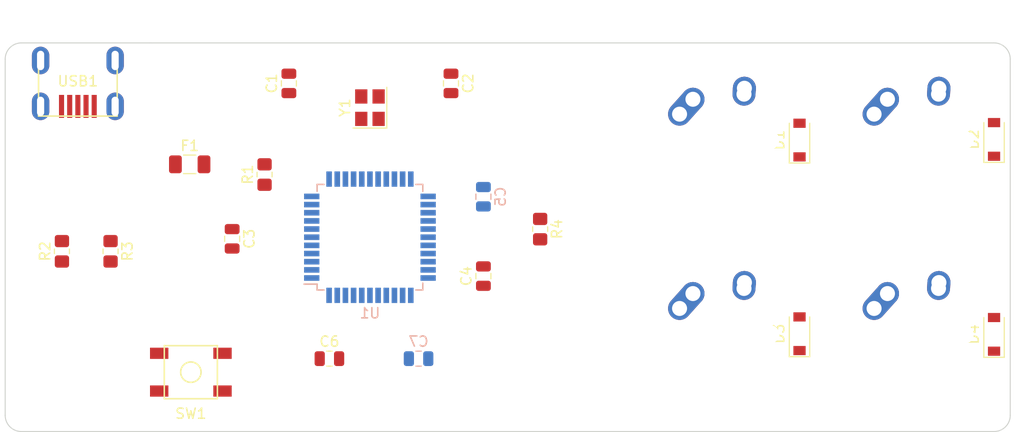
<source format=kicad_pcb>
(kicad_pcb (version 20211014) (generator pcbnew)
  (layers (0 "F.Cu" signal) (31 "B.Cu" signal) (34 "B.Paste" user) (35 "F.Paste" user) (36 "B.SilkS" user "B.Silkscreen") (37 "F.SilkS" user "F.Silkscreen") (38 "B.Mask" user) (39 "F.Mask" user) (44 "Edge.Cuts" user))
  (net 0 "")
  (net 1 "GND")
  (net 2 "Net-(C1-Pad2)")
  (net 3 "Net-(C2-Pad2)")
  (net 4 "Net-(C3-Pad1)")
  (net 5 "+5V")
  (net 6 "ROW0")
  (net 7 "Net-(D1-Pad2)")
  (net 8 "ROW1")
  (net 9 "Net-(D2-Pad2)")
  (net 10 "Net-(D3-Pad2)")
  (net 11 "Net-(D4-Pad2)")
  (net 12 "VCC")
  (net 13 "COL0")
  (net 14 "COL1")
  (net 15 "Net-(R1-Pad1)")
  (net 16 "D+")
  (net 17 "Net-(R2-Pad2)")
  (net 18 "D-")
  (net 19 "Net-(R3-Pad2)")
  (net 20 "Net-(R4-Pad1)")
  (footprint "Capacitor_SMD:C_0805_2012Metric" (layer "F.Cu") (at 153.19375 138.75 90)
    (fp_text reference "C4" (at 0 -1.68 90) (layer "F.SilkS"))
    (fp_text value "0.1uF")
    (fp_line (start -0.261252 0.735) (end 0.261252 0.735) (layer "F.SilkS") (width 0.12))
    (fp_line (start -0.261252 -0.735) (end 0.261252 -0.735) (layer "F.SilkS") (width 0.12))
    (pad "1" smd roundrect (at -0.95 0 90) (size 1 1.45) (layers "F.Cu" "F.Paste" "F.Mask") (net 5 "+5V"))
    (pad "2" smd roundrect (at 0.95 0 90) (size 1 1.45) (layers "F.Cu" "F.Paste" "F.Mask") (net 1 "GND"))
  )
  (footprint "Resistor_SMD:R_0805_2012Metric_Pad1.20x1.40mm_HandSolder" (layer "F.Cu") (at 158.75 134.14375 -90)
    (fp_text reference "R4" (at 0 -1.65 90) (layer "F.SilkS"))
    (fp_text value "10k")
    (fp_line (start -0.227064 -0.735) (end 0.227064 -0.735) (layer "F.SilkS") (width 0.12))
    (fp_line (start -0.227064 0.735) (end 0.227064 0.735) (layer "F.SilkS") (width 0.12))
    (pad "1" smd roundrect (at -1 0 270) (size 1.2 1.4) (layers "F.Cu" "F.Paste" "F.Mask") (roundrect_rratio 0.208333) (net 20 "Net-(R4-Pad1)"))
    (pad "2" smd roundrect (at 1 0 270) (size 1.2 1.4) (layers "F.Cu" "F.Paste" "F.Mask") (roundrect_rratio 0.208333) (net 1 "GND"))
  )
  (footprint "Capacitor_SMD:C_0805_2012Metric" (layer "F.Cu") (at 138.1125 146.84375)
    (fp_text reference "C6" (at 0 -1.68) (layer "F.SilkS"))
    (fp_text value "0.1uF")
    (fp_line (start -0.261252 -0.735) (end 0.261252 -0.735) (layer "F.SilkS") (width 0.12))
    (fp_line (start -0.261252 0.735) (end 0.261252 0.735) (layer "F.SilkS") (width 0.12))
    (pad "1" smd roundrect (at -0.95 0) (size 1 1.45) (layers "F.Cu" "F.Paste" "F.Mask") (net 5 "+5V"))
    (pad "2" smd roundrect (at 0.95 0) (size 1 1.45) (layers "F.Cu" "F.Paste" "F.Mask") (net 1 "GND"))
  )
  (footprint "Resistor_SMD:R_0805_2012Metric_Pad1.20x1.40mm_HandSolder" (layer "F.Cu") (at 111.91875 136.31875 90)
    (fp_text reference "R2" (at 0 -1.65 90) (layer "F.SilkS"))
    (fp_text value "22")
    (fp_line (start -0.227064 0.735) (end 0.227064 0.735) (layer "F.SilkS") (width 0.12))
    (fp_line (start -0.227064 -0.735) (end 0.227064 -0.735) (layer "F.SilkS") (width 0.12))
    (pad "1" smd roundrect (at -1 0 90) (size 1.2 1.4) (layers "F.Cu" "F.Paste" "F.Mask") (roundrect_rratio 0.208333) (net 16 "D+"))
    (pad "2" smd roundrect (at 1 0 90) (size 1.2 1.4) (layers "F.Cu" "F.Paste" "F.Mask") (roundrect_rratio 0.208333) (net 17 "Net-(R2-Pad2)"))
  )
  (footprint "Capacitor_SMD:C_0805_2012Metric" (layer "F.Cu") (at 134.14375 119.85625 90)
    (fp_text reference "C1" (at 0 -1.68 90) (layer "F.SilkS"))
    (fp_text value "22pF")
    (fp_line (start -0.261252 0.735) (end 0.261252 0.735) (layer "F.SilkS") (width 0.12))
    (fp_line (start -0.261252 -0.735) (end 0.261252 -0.735) (layer "F.SilkS") (width 0.12))
    (pad "1" smd roundrect (at -0.95 0 90) (size 1 1.45) (layers "F.Cu" "F.Paste" "F.Mask") (net 1 "GND"))
    (pad "2" smd roundrect (at 0.95 0 90) (size 1 1.45) (layers "F.Cu" "F.Paste" "F.Mask") (net 2 "Net-(C1-Pad2)"))
  )
  (footprint "Capacitor_SMD:C_0805_2012Metric" (layer "F.Cu") (at 128.5875 135.09375 -90)
    (fp_text reference "C3" (at 0 -1.68 90) (layer "F.SilkS"))
    (fp_text value "1uF")
    (fp_line (start -0.261252 0.735) (end 0.261252 0.735) (layer "F.SilkS") (width 0.12))
    (fp_line (start -0.261252 -0.735) (end 0.261252 -0.735) (layer "F.SilkS") (width 0.12))
    (pad "1" smd roundrect (at -0.95 0 270) (size 1 1.45) (layers "F.Cu" "F.Paste" "F.Mask") (net 4 "Net-(C3-Pad1)"))
    (pad "2" smd roundrect (at 0.95 0 270) (size 1 1.45) (layers "F.Cu" "F.Paste" "F.Mask") (net 1 "GND"))
  )
  (footprint "Capacitor_SMD:C_0805_2012Metric" (layer "F.Cu") (at 150.01875 119.85625 -90)
    (fp_text reference "C2" (at 0 -1.68 90) (layer "F.SilkS"))
    (fp_text value "22pF")
    (fp_line (start -0.261252 -0.735) (end 0.261252 -0.735) (layer "F.SilkS") (width 0.12))
    (fp_line (start -0.261252 0.735) (end 0.261252 0.735) (layer "F.SilkS") (width 0.12))
    (pad "1" smd roundrect (at -0.95 0 270) (size 1 1.45) (layers "F.Cu" "F.Paste" "F.Mask") (net 1 "GND"))
    (pad "2" smd roundrect (at 0.95 0 270) (size 1 1.45) (layers "F.Cu" "F.Paste" "F.Mask") (net 3 "Net-(C2-Pad2)"))
  )
  (footprint "Fuse:Fuse_1206_3216Metric" (layer "F.Cu") (at 124.43125 127.79375)
    (fp_text reference "F1" (at 0 -1.82) (layer "F.SilkS"))
    (fp_text value "500mA")
    (fp_line (start -0.602064 -0.91) (end 0.602064 -0.91) (layer "F.SilkS") (width 0.12))
    (fp_line (start -0.602064 0.91) (end 0.602064 0.91) (layer "F.SilkS") (width 0.12))
    (pad "1" smd roundrect (at -1.4 0) (size 1.25 1.75) (layers "F.Cu" "F.Paste" "F.Mask") (roundrect_rratio 0.2) (net 12 "VCC"))
    (pad "2" smd roundrect (at 1.4 0) (size 1.25 1.75) (layers "F.Cu" "F.Paste" "F.Mask") (roundrect_rratio 0.2) (net 5 "+5V"))
  )
  (footprint "random-keyboard-parts:Molex-0548190589" (layer "F.Cu") (at 113.478911 117.608502 -90)
    (fp_text reference "USB1" (at 2.032 0) (layer "F.SilkS"))
    (fp_text value "Molex-0548190589")
    (fp_line (start 0 -3.85) (end 5.45 -3.85) (layer "F.SilkS") (width 0.15))
    (fp_line (start 0 3.85) (end 5.45 3.85) (layer "F.SilkS") (width 0.15))
    (fp_line (start 5.45 -3.85) (end 5.45 3.85) (layer "F.SilkS") (width 0.15))
    (pad "1" smd rect locked (at 4.5 1.6 270) (size 2.25 0.5) (layers "F.Cu" "F.Paste" "F.Mask") (net 1 "GND"))
    (pad "2" smd rect locked (at 4.5 0.8 270) (size 2.25 0.5) (layers "F.Cu" "F.Paste" "F.Mask"))
    (pad "3" smd rect locked (at 4.5 0 270) (size 2.25 0.5) (layers "F.Cu" "F.Paste" "F.Mask") (net 16 "D+"))
    (pad "4" smd rect locked (at 4.5 -0.8 270) (size 2.25 0.5) (layers "F.Cu" "F.Paste" "F.Mask") (net 18 "D-"))
    (pad "5" smd rect locked (at 4.5 -1.6 270) (size 2.25 0.5) (layers "F.Cu" "F.Paste" "F.Mask") (net 12 "VCC"))
    (pad "6" thru_hole oval locked (at 4.5 3.65 270) (size 2.7 1.7) (drill oval 1.9 0.7) (layers *.Cu *.Mask))
    (pad "6" thru_hole oval locked (at 0 -3.65 270) (size 2.7 1.7) (drill oval 1.9 0.7) (layers *.Cu *.Mask))
    (pad "6" thru_hole oval locked (at 0 3.65 270) (size 2.7 1.7) (drill oval 1.9 0.7) (layers *.Cu *.Mask))
    (pad "6" thru_hole oval locked (at 4.5 -3.65 270) (size 2.7 1.7) (drill oval 1.9 0.7) (layers *.Cu *.Mask))
  )
  (footprint "Diode_SMD:D_SOD-123" (layer "F.Cu") (at 184.15 144.4 90)
    (fp_text reference "D3" (at 0 -2 90) (layer "F.SilkS"))
    (fp_text value "D_Small")
    (fp_line (start -2.25 -1) (end -2.25 1) (layer "F.SilkS") (width 0.12))
    (fp_line (start -2.25 1) (end 1.65 1) (layer "F.SilkS") (width 0.12))
    (fp_line (start -2.25 -1) (end 1.65 -1) (layer "F.SilkS") (width 0.12))
    (pad "1" smd rect (at -1.65 0 90) (size 0.9 1.2) (layers "F.Cu" "F.Paste" "F.Mask") (net 6 "ROW0"))
    (pad "2" smd rect (at 1.65 0 90) (size 0.9 1.2) (layers "F.Cu" "F.Paste" "F.Mask") (net 10 "Net-(D3-Pad2)"))
  )
  (footprint "Diode_SMD:D_SOD-123" (layer "F.Cu") (at 203.2 144.4625 90)
    (fp_text reference "D4" (at 0 -2 90) (layer "F.SilkS"))
    (fp_text value "D_Small")
    (fp_line (start -2.25 1) (end 1.65 1) (layer "F.SilkS") (width 0.12))
    (fp_line (start -2.25 -1) (end 1.65 -1) (layer "F.SilkS") (width 0.12))
    (fp_line (start -2.25 -1) (end -2.25 1) (layer "F.SilkS") (width 0.12))
    (pad "1" smd rect (at -1.65 0 90) (size 0.9 1.2) (layers "F.Cu" "F.Paste" "F.Mask") (net 8 "ROW1"))
    (pad "2" smd rect (at 1.65 0 90) (size 0.9 1.2) (layers "F.Cu" "F.Paste" "F.Mask") (net 11 "Net-(D4-Pad2)"))
  )
  (footprint "Crystal:Crystal_SMD_3225-4Pin_3.2x2.5mm" (layer "F.Cu") (at 142.08125 122.2375 90)
    (fp_text reference "Y1" (at 0 -2.45 90) (layer "F.SilkS"))
    (fp_text value "16MHz")
    (fp_line (start -2 -1.65) (end -2 1.65) (layer "F.SilkS") (width 0.12))
    (fp_line (start -2 1.65) (end 2 1.65) (layer "F.SilkS") (width 0.12))
    (pad "1" smd rect (at -1.1 0.85 90) (size 1.4 1.2) (layers "F.Cu" "F.Paste" "F.Mask") (net 2 "Net-(C1-Pad2)"))
    (pad "2" smd rect (at 1.1 0.85 90) (size 1.4 1.2) (layers "F.Cu" "F.Paste" "F.Mask") (net 1 "GND"))
    (pad "3" smd rect (at 1.1 -0.85 90) (size 1.4 1.2) (layers "F.Cu" "F.Paste" "F.Mask") (net 3 "Net-(C2-Pad2)"))
    (pad "4" smd rect (at -1.1 -0.85 90) (size 1.4 1.2) (layers "F.Cu" "F.Paste" "F.Mask") (net 1 "GND"))
  )
  (footprint "MX_Alps_Hybrid:MX-1U-NoLED" (layer "F.Cu") (at 176.2125 144.4625)
    (fp_text reference "MX3")
    (fp_text value "MX-NoLED")
    (pad "" np_thru_hole circle locked (at 5.08 0 48.0996) (size 1.75 1.75) (drill 1.75) (layers *.Cu *.Mask))
    (pad "" np_thru_hole circle locked (at 0 0) (size 3.9878 3.9878) (drill 3.9878) (layers *.Cu *.Mask))
    (pad "" np_thru_hole circle locked (at -5.08 0 48.0996) (size 1.75 1.75) (drill 1.75) (layers *.Cu *.Mask))
    (pad "1" thru_hole oval locked (at -3.81 -2.54 48.0996) (size 4.211556 2.25) (drill 1.47 (offset 0.980778 0)) (layers *.Cu "B.Mask") (net 14 "COL1"))
    (pad "1" thru_hole circle locked (at -2.5 -4) (size 2.25 2.25) (drill 1.47) (layers *.Cu "B.Mask") (net 14 "COL1"))
    (pad "2" thru_hole oval locked (at 2.5 -4.5 86.0548) (size 2.831378 2.25) (drill 1.47 (offset 0.290689 0)) (layers *.Cu "B.Mask") (net 10 "Net-(D3-Pad2)"))
    (pad "2" thru_hole circle locked (at 2.54 -5.08) (size 2.25 2.25) (drill 1.47) (layers *.Cu "B.Mask") (net 10 "Net-(D3-Pad2)"))
  )
  (footprint "random-keyboard-parts:SKQG-1155865" (layer "F.Cu") (at 124.54375 148.16875)
    (fp_text reference "SW1" (at 0 4.064) (layer "F.SilkS"))
    (fp_text value "SW_Push")
    (fp_line (start -2.6 2.6) (end -2.6 -2.6) (layer "F.SilkS") (width 0.15))
    (fp_line (start 2.6 2.6) (end -2.6 2.6) (layer "F.SilkS") (width 0.15))
    (fp_line (start -2.6 -2.6) (end 2.6 -2.6) (layer "F.SilkS") (width 0.15))
    (fp_line (start 2.6 -2.6) (end 2.6 2.6) (layer "F.SilkS") (width 0.15))
    (fp_circle (center 0 0) (end 1 0) (layer "F.SilkS") (width 0.15) (fill none))
    (pad "1" smd rect locked (at 3.1 1.85) (size 1.8 1.1) (layers "F.Cu" "F.Paste" "F.Mask") (net 1 "GND"))
    (pad "2" smd rect locked (at -3.1 -1.85) (size 1.8 1.1) (layers "F.Cu" "F.Paste" "F.Mask") (net 15 "Net-(R1-Pad1)"))
    (pad "3" smd rect locked (at 3.1 -1.85) (size 1.8 1.1) (layers "F.Cu" "F.Paste" "F.Mask"))
    (pad "4" smd rect locked (at -3.1 1.85) (size 1.8 1.1) (layers "F.Cu" "F.Paste" "F.Mask"))
  )
  (footprint "MX_Alps_Hybrid:MX-1U-NoLED" (layer "F.Cu") (at 195.2625 144.4625)
    (fp_text reference "MX4")
    (fp_text value "MX-NoLED")
    (pad "" np_thru_hole circle locked (at -5.08 0 48.0996) (size 1.75 1.75) (drill 1.75) (layers *.Cu *.Mask))
    (pad "" np_thru_hole circle locked (at 0 0) (size 3.9878 3.9878) (drill 3.9878) (layers *.Cu *.Mask))
    (pad "" np_thru_hole circle locked (at 5.08 0 48.0996) (size 1.75 1.75) (drill 1.75) (layers *.Cu *.Mask))
    (pad "1" thru_hole circle locked (at -2.5 -4) (size 2.25 2.25) (drill 1.47) (layers *.Cu "B.Mask") (net 14 "COL1"))
    (pad "1" thru_hole oval locked (at -3.81 -2.54 48.0996) (size 4.211556 2.25) (drill 1.47 (offset 0.980778 0)) (layers *.Cu "B.Mask") (net 14 "COL1"))
    (pad "2" thru_hole circle locked (at 2.54 -5.08) (size 2.25 2.25) (drill 1.47) (layers *.Cu "B.Mask") (net 11 "Net-(D4-Pad2)"))
    (pad "2" thru_hole oval locked (at 2.5 -4.5 86.0548) (size 2.831378 2.25) (drill 1.47 (offset 0.290689 0)) (layers *.Cu "B.Mask") (net 11 "Net-(D4-Pad2)"))
  )
  (footprint "Resistor_SMD:R_0805_2012Metric_Pad1.20x1.40mm_HandSolder" (layer "F.Cu") (at 131.7625 128.79375 90)
    (fp_text reference "R1" (at 0 -1.65 90) (layer "F.SilkS"))
    (fp_text value "10k")
    (fp_line (start -0.227064 -0.735) (end 0.227064 -0.735) (layer "F.SilkS") (width 0.12))
    (fp_line (start -0.227064 0.735) (end 0.227064 0.735) (layer "F.SilkS") (width 0.12))
    (pad "1" smd roundrect (at -1 0 90) (size 1.2 1.4) (layers "F.Cu" "F.Paste" "F.Mask") (roundrect_rratio 0.208333) (net 15 "Net-(R1-Pad1)"))
    (pad "2" smd roundrect (at 1 0 90) (size 1.2 1.4) (layers "F.Cu" "F.Paste" "F.Mask") (roundrect_rratio 0.208333) (net 5 "+5V"))
  )
  (footprint "MX_Alps_Hybrid:MX-1U-NoLED" (layer "F.Cu") (at 176.2125 125.4125)
    (fp_text reference "MX1")
    (fp_text value "MX-NoLED")
    (pad "" np_thru_hole circle locked (at -5.08 0 48.0996) (size 1.75 1.75) (drill 1.75) (layers *.Cu *.Mask))
    (pad "" np_thru_hole circle locked (at 5.08 0 48.0996) (size 1.75 1.75) (drill 1.75) (layers *.Cu *.Mask))
    (pad "" np_thru_hole circle locked (at 0 0) (size 3.9878 3.9878) (drill 3.9878) (layers *.Cu *.Mask))
    (pad "1" thru_hole oval locked (at -3.81 -2.54 48.0996) (size 4.211556 2.25) (drill 1.47 (offset 0.980778 0)) (layers *.Cu "B.Mask") (net 13 "COL0"))
    (pad "1" thru_hole circle locked (at -2.5 -4) (size 2.25 2.25) (drill 1.47) (layers *.Cu "B.Mask") (net 13 "COL0"))
    (pad "2" thru_hole circle locked (at 2.54 -5.08) (size 2.25 2.25) (drill 1.47) (layers *.Cu "B.Mask") (net 7 "Net-(D1-Pad2)"))
    (pad "2" thru_hole oval locked (at 2.5 -4.5 86.0548) (size 2.831378 2.25) (drill 1.47 (offset 0.290689 0)) (layers *.Cu "B.Mask") (net 7 "Net-(D1-Pad2)"))
  )
  (footprint "Diode_SMD:D_SOD-123" (layer "F.Cu") (at 203.2 125.35 90)
    (fp_text reference "D2" (at 0 -2 90) (layer "F.SilkS"))
    (fp_text value "D_Small")
    (fp_line (start -2.25 -1) (end -2.25 1) (layer "F.SilkS") (width 0.12))
    (fp_line (start -2.25 1) (end 1.65 1) (layer "F.SilkS") (width 0.12))
    (fp_line (start -2.25 -1) (end 1.65 -1) (layer "F.SilkS") (width 0.12))
    (pad "1" smd rect (at -1.65 0 90) (size 0.9 1.2) (layers "F.Cu" "F.Paste" "F.Mask") (net 8 "ROW1"))
    (pad "2" smd rect (at 1.65 0 90) (size 0.9 1.2) (layers "F.Cu" "F.Paste" "F.Mask") (net 9 "Net-(D2-Pad2)"))
  )
  (footprint "Diode_SMD:D_SOD-123" (layer "F.Cu") (at 184.15 125.4125 90)
    (fp_text reference "D1" (at 0 -2 90) (layer "F.SilkS"))
    (fp_text value "D_Small")
    (fp_line (start -2.25 -1) (end -2.25 1) (layer "F.SilkS") (width 0.12))
    (fp_line (start -2.25 -1) (end 1.65 -1) (layer "F.SilkS") (width 0.12))
    (fp_line (start -2.25 1) (end 1.65 1) (layer "F.SilkS") (width 0.12))
    (pad "1" smd rect (at -1.65 0 90) (size 0.9 1.2) (layers "F.Cu" "F.Paste" "F.Mask") (net 6 "ROW0"))
    (pad "2" smd rect (at 1.65 0 90) (size 0.9 1.2) (layers "F.Cu" "F.Paste" "F.Mask") (net 7 "Net-(D1-Pad2)"))
  )
  (footprint "Resistor_SMD:R_0805_2012Metric_Pad1.20x1.40mm_HandSolder" (layer "F.Cu") (at 116.68125 136.31875 -90)
    (fp_text reference "R3" (at 0 -1.65 90) (layer "F.SilkS"))
    (fp_text value "22")
    (fp_line (start -0.227064 -0.735) (end 0.227064 -0.735) (layer "F.SilkS") (width 0.12))
    (fp_line (start -0.227064 0.735) (end 0.227064 0.735) (layer "F.SilkS") (width 0.12))
    (pad "1" smd roundrect (at -1 0 270) (size 1.2 1.4) (layers "F.Cu" "F.Paste" "F.Mask") (roundrect_rratio 0.208333) (net 18 "D-"))
    (pad "2" smd roundrect (at 1 0 270) (size 1.2 1.4) (layers "F.Cu" "F.Paste" "F.Mask") (roundrect_rratio 0.208333) (net 19 "Net-(R3-Pad2)"))
  )
  (footprint "MX_Alps_Hybrid:MX-1U-NoLED" (layer "F.Cu") (at 195.2625 125.4125)
    (fp_text reference "MX2")
    (fp_text value "MX-NoLED")
    (pad "" np_thru_hole circle locked (at 5.08 0 48.0996) (size 1.75 1.75) (drill 1.75) (layers *.Cu *.Mask))
    (pad "" np_thru_hole circle locked (at -5.08 0 48.0996) (size 1.75 1.75) (drill 1.75) (layers *.Cu *.Mask))
    (pad "" np_thru_hole circle locked (at 0 0) (size 3.9878 3.9878) (drill 3.9878) (layers *.Cu *.Mask))
    (pad "1" thru_hole oval locked (at -3.81 -2.54 48.0996) (size 4.211556 2.25) (drill 1.47 (offset 0.980778 0)) (layers *.Cu "B.Mask") (net 13 "COL0"))
    (pad "1" thru_hole circle locked (at -2.5 -4) (size 2.25 2.25) (drill 1.47) (layers *.Cu "B.Mask") (net 13 "COL0"))
    (pad "2" thru_hole oval locked (at 2.5 -4.5 86.0548) (size 2.831378 2.25) (drill 1.47 (offset 0.290689 0)) (layers *.Cu "B.Mask") (net 9 "Net-(D2-Pad2)"))
    (pad "2" thru_hole circle locked (at 2.54 -5.08) (size 2.25 2.25) (drill 1.47) (layers *.Cu "B.Mask") (net 9 "Net-(D2-Pad2)"))
  )
  (footprint "Capacitor_SMD:C_0805_2012Metric" (layer "B.Cu") (at 146.84375 146.84375 180)
    (fp_text reference "C7" (at 0 1.68) (layer "B.SilkS") (effects (justify mirror)))
    (fp_text value "10uF")
    (fp_line (start -0.261252 0.735) (end 0.261252 0.735) (layer "B.SilkS") (width 0.12))
    (fp_line (start -0.261252 -0.735) (end 0.261252 -0.735) (layer "B.SilkS") (width 0.12))
    (pad "1" smd roundrect (at -0.95 0 180) (size 1 1.45) (layers "B.Cu" "B.Paste" "B.Mask") (net 5 "+5V"))
    (pad "2" smd roundrect (at 0.95 0 180) (size 1 1.45) (layers "B.Cu" "B.Paste" "B.Mask") (net 1 "GND"))
  )
  (footprint "Package_QFP:TQFP-44_10x10mm_P0.8mm" (layer "B.Cu") (at 142.08125 134.9375)
    (fp_text reference "U1" (at 0 7.45) (layer "B.SilkS") (effects (justify mirror)))
    (fp_text value "ATmega32U4-A")
    (fp_line (start -5.175 5.175) (end -5.175 4.6) (layer "B.SilkS") (width 0.15))
    (fp_line (start -5.175 -5.175) (end -4.5 -5.175) (layer "B.SilkS") (width 0.15))
    (fp_line (start -5.175 4.6) (end -6.45 4.6) (layer "B.SilkS") (width 0.15))
    (fp_line (start -5.175 5.175) (end -4.5 5.175) (layer "B.SilkS") (width 0.15))
    (fp_line (start 5.175 -5.175) (end 5.175 -4.5) (layer "B.SilkS") (width 0.15))
    (fp_line (start -5.175 -5.175) (end -5.175 -4.5) (layer "B.SilkS") (width 0.15))
    (fp_line (start 5.175 5.175) (end 4.5 5.175) (layer "B.SilkS") (width 0.15))
    (fp_line (start 5.175 -5.175) (end 4.5 -5.175) (layer "B.SilkS") (width 0.15))
    (fp_line (start 5.175 5.175) (end 5.175 4.5) (layer "B.SilkS") (width 0.15))
    (pad "1" smd rect (at -5.7 4) (size 1.5 0.55) (layers "B.Cu" "B.Paste" "B.Mask"))
    (pad "2" smd rect (at -5.7 3.2) (size 1.5 0.55) (layers "B.Cu" "B.Paste" "B.Mask") (net 5 "+5V"))
    (pad "3" smd rect (at -5.7 2.4) (size 1.5 0.55) (layers "B.Cu" "B.Paste" "B.Mask") (net 19 "Net-(R3-Pad2)"))
    (pad "4" smd rect (at -5.7 1.6) (size 1.5 0.55) (layers "B.Cu" "B.Paste" "B.Mask") (net 17 "Net-(R2-Pad2)"))
    (pad "5" smd rect (at -5.7 0.8) (size 1.5 0.55) (layers "B.Cu" "B.Paste" "B.Mask") (net 1 "GND"))
    (pad "6" smd rect (at -5.7 0) (size 1.5 0.55) (layers "B.Cu" "B.Paste" "B.Mask") (net 4 "Net-(C3-Pad1)"))
    (pad "7" smd rect (at -5.7 -0.8) (size 1.5 0.55) (layers "B.Cu" "B.Paste" "B.Mask") (net 5 "+5V"))
    (pad "8" smd rect (at -5.7 -1.6) (size 1.5 0.55) (layers "B.Cu" "B.Paste" "B.Mask"))
    (pad "9" smd rect (at -5.7 -2.4) (size 1.5 0.55) (layers "B.Cu" "B.Paste" "B.Mask"))
    (pad "10" smd rect (at -5.7 -3.2) (size 1.5 0.55) (layers "B.Cu" "B.Paste" "B.Mask"))
    (pad "11" smd rect (at -5.7 -4) (size 1.5 0.55) (layers "B.Cu" "B.Paste" "B.Mask"))
    (pad "12" smd rect (at -4 -5.7 270) (size 1.5 0.55) (layers "B.Cu" "B.Paste" "B.Mask"))
    (pad "13" smd rect (at -3.2 -5.7 270) (size 1.5 0.55) (layers "B.Cu" "B.Paste" "B.Mask") (net 15 "Net-(R1-Pad1)"))
    (pad "14" smd rect (at -2.4 -5.7 270) (size 1.5 0.55) (layers "B.Cu" "B.Paste" "B.Mask") (net 5 "+5V"))
    (pad "15" smd rect (at -1.6 -5.7 270) (size 1.5 0.55) (layers "B.Cu" "B.Paste" "B.Mask") (net 1 "GND"))
    (pad "16" smd rect (at -0.8 -5.7 270) (size 1.5 0.55) (layers "B.Cu" "B.Paste" "B.Mask") (net 3 "Net-(C2-Pad2)"))
    (pad "17" smd rect (at 0 -5.7 270) (size 1.5 0.55) (layers "B.Cu" "B.Paste" "B.Mask") (net 2 "Net-(C1-Pad2)"))
    (pad "18" smd rect (at 0.8 -5.7 270) (size 1.5 0.55) (layers "B.Cu" "B.Paste" "B.Mask"))
    (pad "19" smd rect (at 1.6 -5.7 270) (size 1.5 0.55) (layers "B.Cu" "B.Paste" "B.Mask"))
    (pad "20" smd rect (at 2.4 -5.7 270) (size 1.5 0.55) (layers "B.Cu" "B.Paste" "B.Mask"))
    (pad "21" smd rect (at 3.2 -5.7 270) (size 1.5 0.55) (layers "B.Cu" "B.Paste" "B.Mask"))
    (pad "22" smd rect (at 4 -5.7 270) (size 1.5 0.55) (layers "B.Cu" "B.Paste" "B.Mask"))
    (pad "23" smd rect (at 5.7 -4) (size 1.5 0.55) (layers "B.Cu" "B.Paste" "B.Mask") (net 1 "GND"))
    (pad "24" smd rect (at 5.7 -3.2) (size 1.5 0.55) (layers "B.Cu" "B.Paste" "B.Mask") (net 5 "+5V"))
    (pad "25" smd rect (at 5.7 -2.4) (size 1.5 0.55) (layers "B.Cu" "B.Paste" "B.Mask"))
    (pad "26" smd rect (at 5.7 -1.6) (size 1.5 0.55) (layers "B.Cu" "B.Paste" "B.Mask"))
    (pad "27" smd rect (at 5.7 -0.8) (size 1.5 0.55) (layers "B.Cu" "B.Paste" "B.Mask"))
    (pad "28" smd rect (at 5.7 0) (size 1.5 0.55) (layers "B.Cu" "B.Paste" "B.Mask"))
    (pad "29" smd rect (at 5.7 0.8) (size 1.5 0.55) (layers "B.Cu" "B.Paste" "B.Mask"))
    (pad "30" smd rect (at 5.7 1.6) (size 1.5 0.55) (layers "B.Cu" "B.Paste" "B.Mask"))
    (pad "31" smd rect (at 5.7 2.4) (size 1.5 0.55) (layers "B.Cu" "B.Paste" "B.Mask"))
    (pad "32" smd rect (at 5.7 3.2) (size 1.5 0.55) (layers "B.Cu" "B.Paste" "B.Mask"))
    (pad "33" smd rect (at 5.7 4) (size 1.5 0.55) (layers "B.Cu" "B.Paste" "B.Mask") (net 20 "Net-(R4-Pad1)"))
    (pad "34" smd rect (at 4 5.7 270) (size 1.5 0.55) (layers "B.Cu" "B.Paste" "B.Mask") (net 5 "+5V"))
    (pad "35" smd rect (at 3.2 5.7 270) (size 1.5 0.55) (layers "B.Cu" "B.Paste" "B.Mask") (net 1 "GND"))
    (pad "36" smd rect (at 2.4 5.7 270) (size 1.5 0.55) (layers "B.Cu" "B.Paste" "B.Mask"))
    (pad "37" smd rect (at 1.6 5.7 270) (size 1.5 0.55) (layers "B.Cu" "B.Paste" "B.Mask"))
    (pad "38" smd rect (at 0.8 5.7 270) (size 1.5 0.55) (layers "B.Cu" "B.Paste" "B.Mask"))
    (pad "39" smd rect (at 0 5.7 270) (size 1.5 0.55) (layers "B.Cu" "B.Paste" "B.Mask"))
    (pad "40" smd rect (at -0.8 5.7 270) (size 1.5 0.55) (layers "B.Cu" "B.Paste" "B.Mask"))
    (pad "41" smd rect (at -1.6 5.7 270) (size 1.5 0.55) (layers "B.Cu" "B.Paste" "B.Mask"))
    (pad "42" smd rect (at -2.4 5.7 270) (size 1.5 0.55) (layers "B.Cu" "B.Paste" "B.Mask"))
    (pad "43" smd rect (at -3.2 5.7 270) (size 1.5 0.55) (layers "B.Cu" "B.Paste" "B.Mask") (net 1 "GND"))
    (pad "44" smd rect (at -4 5.7 270) (size 1.5 0.55) (layers "B.Cu" "B.Paste" "B.Mask") (net 5 "+5V"))
  )
  (footprint "Capacitor_SMD:C_0805_2012Metric" (layer "B.Cu") (at 153.19375 130.96875 90)
    (fp_text reference "C5" (at 0 1.68 90) (layer "B.SilkS") (effects (justify mirror)))
    (fp_text value "0.1uF")
    (fp_line (start -0.261252 -0.735) (end 0.261252 -0.735) (layer "B.SilkS") (width 0.12))
    (fp_line (start -0.261252 0.735) (end 0.261252 0.735) (layer "B.SilkS") (width 0.12))
    (pad "1" smd roundrect (at -0.95 0 90) (size 1 1.45) (layers "B.Cu" "B.Paste" "B.Mask") (net 5 "+5V"))
    (pad "2" smd roundrect (at 0.95 0 90) (size 1 1.45) (layers "B.Cu" "B.Paste" "B.Mask") (net 1 "GND"))
  )
  (gr_line (start 120.65 153.9875) (end 203.2 153.9875) (layer "Edge.Cuts") (width 0.1))
  (gr_arc (start 106.3625 117.475) (mid 106.827468 116.352468) (end 107.95 115.8875) (layer "Edge.Cuts") (width 0.1))
  (gr_line (start 203.2 115.8875) (end 120.65 115.8875) (layer "Edge.Cuts") (width 0.1))
  (gr_arc (start 203.2 115.8875) (mid 204.322532 116.352468) (end 204.7875 117.475) (layer "Edge.Cuts") (width 0.1))
  (gr_line (start 204.7875 152.4) (end 204.7875 117.475) (layer "Edge.Cuts") (width 0.1))
  (gr_arc (start 107.95 153.9875) (mid 106.827468 153.522532) (end 106.3625 152.4) (layer "Edge.Cuts") (width 0.1))
  (gr_line (start 120.65 115.8875) (end 107.95 115.8875) (layer "Edge.Cuts") (width 0.1))
  (gr_line (start 107.95 153.9875) (end 120.65 153.9875) (layer "Edge.Cuts") (width 0.1))
  (gr_line (start 106.3625 117.475) (end 106.3625 152.4) (layer "Edge.Cuts") (width 0.1))
  (gr_arc (start 204.7875 152.4) (mid 204.322532 153.522532) (end 203.2 153.9875) (layer "Edge.Cuts") (width 0.1))
)
</source>
